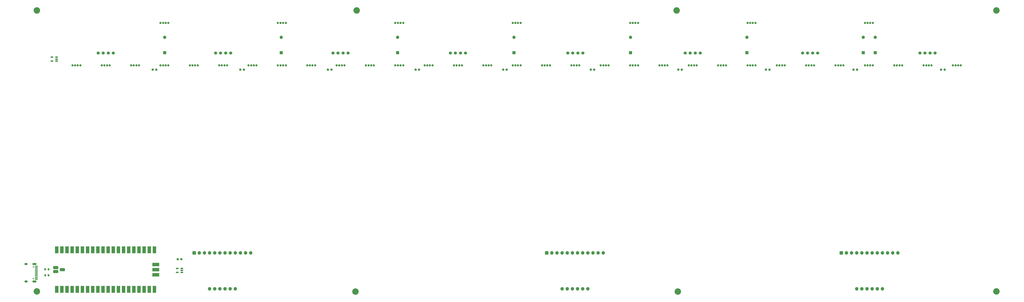
<source format=gbs>
%TF.GenerationSoftware,KiCad,Pcbnew,8.0.2*%
%TF.CreationDate,2024-06-11T18:45:27+02:00*%
%TF.ProjectId,chu_main,6368755f-6d61-4696-9e2e-6b696361645f,rev?*%
%TF.SameCoordinates,Original*%
%TF.FileFunction,Soldermask,Bot*%
%TF.FilePolarity,Negative*%
%FSLAX46Y46*%
G04 Gerber Fmt 4.6, Leading zero omitted, Abs format (unit mm)*
G04 Created by KiCad (PCBNEW 8.0.2) date 2024-06-11 18:45:27*
%MOMM*%
%LPD*%
G01*
G04 APERTURE LIST*
G04 Aperture macros list*
%AMRoundRect*
0 Rectangle with rounded corners*
0 $1 Rounding radius*
0 $2 $3 $4 $5 $6 $7 $8 $9 X,Y pos of 4 corners*
0 Add a 4 corners polygon primitive as box body*
4,1,4,$2,$3,$4,$5,$6,$7,$8,$9,$2,$3,0*
0 Add four circle primitives for the rounded corners*
1,1,$1+$1,$2,$3*
1,1,$1+$1,$4,$5*
1,1,$1+$1,$6,$7*
1,1,$1+$1,$8,$9*
0 Add four rect primitives between the rounded corners*
20,1,$1+$1,$2,$3,$4,$5,0*
20,1,$1+$1,$4,$5,$6,$7,0*
20,1,$1+$1,$6,$7,$8,$9,0*
20,1,$1+$1,$8,$9,$2,$3,0*%
G04 Aperture macros list end*
%ADD10C,1.100000*%
%ADD11R,1.600000X1.600000*%
%ADD12O,1.600000X1.600000*%
%ADD13C,1.524000*%
%ADD14C,3.200000*%
%ADD15RoundRect,0.150000X0.512500X0.150000X-0.512500X0.150000X-0.512500X-0.150000X0.512500X-0.150000X0*%
%ADD16O,1.700000X1.700000*%
%ADD17R,1.700000X1.700000*%
%ADD18C,0.650000*%
%ADD19R,1.450000X0.600000*%
%ADD20R,1.450000X0.300000*%
%ADD21O,1.600000X1.000000*%
%ADD22O,2.100000X1.000000*%
%ADD23RoundRect,0.237500X0.300000X0.237500X-0.300000X0.237500X-0.300000X-0.237500X0.300000X-0.237500X0*%
%ADD24RoundRect,0.200000X-0.200000X-0.275000X0.200000X-0.275000X0.200000X0.275000X-0.200000X0.275000X0*%
%ADD25R,1.700000X3.500000*%
%ADD26R,3.500000X1.700000*%
%ADD27RoundRect,0.300000X-0.950000X0.450000X-0.950000X-0.450000X0.950000X-0.450000X0.950000X0.450000X0*%
G04 APERTURE END LIST*
D10*
%TO.C,D15*%
X259850000Y-93574000D03*
X258550000Y-93574000D03*
X262450000Y-93574000D03*
X261150000Y-93574000D03*
%TD*%
%TO.C,D1*%
X56850000Y-93574000D03*
X55550000Y-93574000D03*
X59450000Y-93574000D03*
X58150000Y-93574000D03*
%TD*%
%TO.C,D24*%
X390350000Y-93574000D03*
X389050000Y-93574000D03*
X392950000Y-93574000D03*
X391650000Y-93574000D03*
%TD*%
%TO.C,D16*%
X274350000Y-93574000D03*
X273050000Y-93574000D03*
X276950000Y-93574000D03*
X275650000Y-93574000D03*
%TD*%
%TO.C,D25*%
X404850000Y-93574000D03*
X403550000Y-93574000D03*
X407450000Y-93574000D03*
X406150000Y-93574000D03*
%TD*%
%TO.C,D33*%
X391650000Y-72621500D03*
X392950000Y-72621500D03*
X389050000Y-72621500D03*
X390350000Y-72621500D03*
%TD*%
%TO.C,D6*%
X129350000Y-93574000D03*
X128050000Y-93574000D03*
X131950000Y-93574000D03*
X130650000Y-93574000D03*
%TD*%
%TO.C,D11*%
X201850000Y-93574000D03*
X200550000Y-93574000D03*
X204450000Y-93574000D03*
X203150000Y-93574000D03*
%TD*%
%TO.C,D23*%
X375850000Y-93574000D03*
X374550000Y-93574000D03*
X378450000Y-93574000D03*
X377150000Y-93574000D03*
%TD*%
%TO.C,D34*%
X333650000Y-72621500D03*
X334950000Y-72621500D03*
X331050000Y-72621500D03*
X332350000Y-72621500D03*
%TD*%
%TO.C,D30*%
X477350000Y-93574000D03*
X476050000Y-93574000D03*
X479950000Y-93574000D03*
X478650000Y-93574000D03*
%TD*%
%TO.C,D14*%
X245350000Y-93574000D03*
X244050000Y-93574000D03*
X247950000Y-93574000D03*
X246650000Y-93574000D03*
%TD*%
%TO.C,D46*%
X101650000Y-72621500D03*
X102950000Y-72621500D03*
X99050000Y-72621500D03*
X100350000Y-72621500D03*
%TD*%
%TO.C,D2*%
X71350000Y-93574000D03*
X70050000Y-93574000D03*
X73950000Y-93574000D03*
X72650000Y-93574000D03*
%TD*%
%TO.C,D29*%
X462850000Y-93574000D03*
X461550000Y-93574000D03*
X465450000Y-93574000D03*
X464150000Y-93574000D03*
%TD*%
%TO.C,D3*%
X85850000Y-93574000D03*
X84550000Y-93574000D03*
X88450000Y-93574000D03*
X87150000Y-93574000D03*
%TD*%
%TO.C,D36*%
X217650000Y-72621500D03*
X218950000Y-72621500D03*
X215050000Y-72621500D03*
X216350000Y-72621500D03*
%TD*%
%TO.C,D8*%
X158350000Y-93574000D03*
X157050000Y-93574000D03*
X160950000Y-93574000D03*
X159650000Y-93574000D03*
%TD*%
%TO.C,D9*%
X172850000Y-93574000D03*
X171550000Y-93574000D03*
X175450000Y-93574000D03*
X174150000Y-93574000D03*
%TD*%
%TO.C,D45*%
X159650000Y-72621500D03*
X160950000Y-72621500D03*
X157050000Y-72621500D03*
X158350000Y-72621500D03*
%TD*%
%TO.C,D27*%
X433850000Y-93574000D03*
X432550000Y-93574000D03*
X436450000Y-93574000D03*
X435150000Y-93574000D03*
%TD*%
%TO.C,D31*%
X491850000Y-93574000D03*
X490550000Y-93574000D03*
X494450000Y-93574000D03*
X493150000Y-93574000D03*
%TD*%
%TO.C,D28*%
X448350000Y-93574000D03*
X447050000Y-93574000D03*
X450950000Y-93574000D03*
X449650000Y-93574000D03*
%TD*%
%TO.C,D22*%
X361350000Y-93574000D03*
X360050000Y-93574000D03*
X363950000Y-93574000D03*
X362650000Y-93574000D03*
%TD*%
%TO.C,D21*%
X346850000Y-93574000D03*
X345550000Y-93574000D03*
X349450000Y-93574000D03*
X348150000Y-93574000D03*
%TD*%
%TO.C,D5*%
X114850000Y-93574000D03*
X113550000Y-93574000D03*
X117450000Y-93574000D03*
X116150000Y-93574000D03*
%TD*%
%TO.C,D26*%
X419350000Y-93574000D03*
X418050000Y-93574000D03*
X421950000Y-93574000D03*
X420650000Y-93574000D03*
%TD*%
%TO.C,D32*%
X449650000Y-72621500D03*
X450950000Y-72621500D03*
X447050000Y-72621500D03*
X448350000Y-72621500D03*
%TD*%
%TO.C,D35*%
X275650000Y-72621500D03*
X276950000Y-72621500D03*
X273050000Y-72621500D03*
X274350000Y-72621500D03*
%TD*%
%TO.C,D13*%
X230850000Y-93574000D03*
X229550000Y-93574000D03*
X233450000Y-93574000D03*
X232150000Y-93574000D03*
%TD*%
%TO.C,D4*%
X100350000Y-93574000D03*
X99050000Y-93574000D03*
X102950000Y-93574000D03*
X101650000Y-93574000D03*
%TD*%
%TO.C,D12*%
X216350000Y-93574000D03*
X215050000Y-93574000D03*
X218950000Y-93574000D03*
X217650000Y-93574000D03*
%TD*%
%TO.C,D7*%
X143850000Y-93574000D03*
X142550000Y-93574000D03*
X146450000Y-93574000D03*
X145150000Y-93574000D03*
%TD*%
%TO.C,D10*%
X187350000Y-93574000D03*
X186050000Y-93574000D03*
X189950000Y-93574000D03*
X188650000Y-93574000D03*
%TD*%
%TO.C,D20*%
X332350000Y-93574000D03*
X331050000Y-93574000D03*
X334950000Y-93574000D03*
X333650000Y-93574000D03*
%TD*%
%TO.C,D19*%
X317850000Y-93574000D03*
X316550000Y-93574000D03*
X320450000Y-93574000D03*
X319150000Y-93574000D03*
%TD*%
%TO.C,D18*%
X303350000Y-93574000D03*
X302050000Y-93574000D03*
X305950000Y-93574000D03*
X304650000Y-93574000D03*
%TD*%
D11*
%TO.C,D39*%
X216191700Y-87384000D03*
D12*
X216191700Y-79764000D03*
%TD*%
D13*
%TO.C,HC-SR04-2*%
X126250000Y-87500000D03*
X128750000Y-87500000D03*
X131250000Y-87500000D03*
X133750000Y-87500000D03*
%TD*%
D11*
%TO.C,D40*%
X273704600Y-87384000D03*
D12*
X273704600Y-79764000D03*
%TD*%
D14*
%TO.C,SCR5*%
X354625000Y-205551000D03*
%TD*%
D13*
%TO.C,HC-SR04-8*%
X474250000Y-87500000D03*
X476750000Y-87500000D03*
X479250000Y-87500000D03*
X481750000Y-87500000D03*
%TD*%
%TO.C,HC-SR04-5*%
X300250000Y-87500000D03*
X302750000Y-87500000D03*
X305250000Y-87500000D03*
X307750000Y-87500000D03*
%TD*%
%TO.C,HC-SR04-7*%
X416250000Y-87500000D03*
X418750000Y-87500000D03*
X421250000Y-87500000D03*
X423750000Y-87500000D03*
%TD*%
%TO.C,HC-SR04-6*%
X358250000Y-87500000D03*
X360750000Y-87500000D03*
X363250000Y-87500000D03*
X365750000Y-87500000D03*
%TD*%
D11*
%TO.C,D44*%
X452196000Y-87384000D03*
D12*
X452196000Y-79764000D03*
%TD*%
D14*
%TO.C,SCR8*%
X196000000Y-66426000D03*
%TD*%
%TO.C,SCR6*%
X195375000Y-205551000D03*
%TD*%
D13*
%TO.C,HC-SR04-4*%
X242250000Y-87500000D03*
X244750000Y-87500000D03*
X247250000Y-87500000D03*
X249750000Y-87500000D03*
%TD*%
D11*
%TO.C,D43*%
X446243100Y-87384000D03*
D12*
X446243100Y-79764000D03*
%TD*%
D13*
%TO.C,HC-SR04-1*%
X68250000Y-87500000D03*
X70750000Y-87500000D03*
X73250000Y-87500000D03*
X75750000Y-87500000D03*
%TD*%
D11*
%TO.C,D38*%
X158678900Y-87384000D03*
D12*
X158678900Y-79764000D03*
%TD*%
D14*
%TO.C,SCR4*%
X38000000Y-205426000D03*
%TD*%
%TO.C,SCR1*%
X38000000Y-66426000D03*
%TD*%
D11*
%TO.C,D41*%
X331217400Y-87384000D03*
D12*
X331217400Y-79764000D03*
%TD*%
D14*
%TO.C,SCR3*%
X512000000Y-205426000D03*
%TD*%
%TO.C,SCR2*%
X512000000Y-66426000D03*
%TD*%
%TO.C,SCR7*%
X354000000Y-66426000D03*
%TD*%
D13*
%TO.C,HC-SR04-3*%
X184250000Y-87500000D03*
X186750000Y-87500000D03*
X189250000Y-87500000D03*
X191750000Y-87500000D03*
%TD*%
D11*
%TO.C,D37*%
X101166000Y-87384000D03*
D12*
X101166000Y-79764000D03*
%TD*%
D11*
%TO.C,D42*%
X388730300Y-87384000D03*
D12*
X388730300Y-79764000D03*
%TD*%
D15*
%TO.C,U8*%
X47693500Y-89584000D03*
X47693500Y-90534000D03*
X47693500Y-91484000D03*
X45418500Y-91484000D03*
X45418500Y-89584000D03*
%TD*%
%TO.C,U2*%
X109587250Y-194134000D03*
X109587250Y-195084000D03*
X109587250Y-196034000D03*
X107312250Y-196034000D03*
X107312250Y-194134000D03*
%TD*%
D16*
%TO.C,U3*%
X133476000Y-204164000D03*
X130936000Y-204164000D03*
X128396000Y-204164000D03*
X125856000Y-204164000D03*
X123316000Y-204164000D03*
D17*
X115696000Y-186384000D03*
D16*
X118236000Y-186384000D03*
X120776000Y-186384000D03*
X123316000Y-186384000D03*
X125856000Y-186384000D03*
X128396000Y-186384000D03*
X130936000Y-186384000D03*
X133476000Y-186384000D03*
X136016000Y-186384000D03*
X138556000Y-186384000D03*
X141096000Y-186384000D03*
X143636000Y-186384000D03*
X136016000Y-204164000D03*
%TD*%
D18*
%TO.C,USB1*%
X36263500Y-199114000D03*
X36263500Y-193334000D03*
D19*
X37708500Y-199449000D03*
X37708500Y-198674000D03*
D20*
X37708500Y-197974000D03*
X37708500Y-197474000D03*
X37708500Y-196974000D03*
X37708500Y-196474000D03*
X37708500Y-195974000D03*
X37708500Y-195474000D03*
X37708500Y-194974000D03*
X37708500Y-194474000D03*
D19*
X37708500Y-193774000D03*
X37708500Y-192999000D03*
D21*
X32613500Y-200544000D03*
D22*
X36793500Y-200544000D03*
D21*
X32613500Y-191904000D03*
D22*
X36793500Y-191904000D03*
%TD*%
D23*
%TO.C,C8*%
X109312250Y-189584000D03*
X107587250Y-189584000D03*
%TD*%
%TO.C,C11*%
X486431000Y-95774000D03*
X484706000Y-95774000D03*
%TD*%
%TO.C,C7*%
X356603500Y-95774000D03*
X354878500Y-95774000D03*
%TD*%
%TO.C,C4*%
X226776000Y-95774000D03*
X225051000Y-95774000D03*
%TD*%
D16*
%TO.C,U5*%
X453156000Y-204164000D03*
X450616000Y-204164000D03*
X448076000Y-204164000D03*
X445536000Y-204164000D03*
X442996000Y-204164000D03*
D17*
X435376000Y-186384000D03*
D16*
X437916000Y-186384000D03*
X440456000Y-186384000D03*
X442996000Y-186384000D03*
X445536000Y-186384000D03*
X448076000Y-186384000D03*
X450616000Y-186384000D03*
X453156000Y-186384000D03*
X455696000Y-186384000D03*
X458236000Y-186384000D03*
X460776000Y-186384000D03*
X463316000Y-186384000D03*
X455696000Y-204164000D03*
%TD*%
D23*
%TO.C,C5*%
X270051800Y-95774000D03*
X268326800Y-95774000D03*
%TD*%
%TO.C,C9*%
X399879300Y-95774000D03*
X398154300Y-95774000D03*
%TD*%
D24*
%TO.C,R1*%
X42081000Y-197494000D03*
X43731000Y-197494000D03*
%TD*%
D23*
%TO.C,C3*%
X183500200Y-95774000D03*
X181775200Y-95774000D03*
%TD*%
D24*
%TO.C,R2*%
X42041000Y-194504000D03*
X43691000Y-194504000D03*
%TD*%
D23*
%TO.C,C2*%
X140224300Y-95774000D03*
X138499300Y-95774000D03*
%TD*%
%TO.C,C6*%
X313327700Y-95774000D03*
X311602700Y-95774000D03*
%TD*%
D25*
%TO.C,U1*%
X47826000Y-184874000D03*
X50366000Y-184874000D03*
X52906000Y-184874000D03*
X55446000Y-184874000D03*
X57986000Y-184874000D03*
X60526000Y-184874000D03*
X63066000Y-184874000D03*
X65606000Y-184874000D03*
X68146000Y-184874000D03*
X70686000Y-184874000D03*
X73226000Y-184874000D03*
X75766000Y-184874000D03*
X78306000Y-184874000D03*
X80846000Y-184874000D03*
X83386000Y-184874000D03*
X85926000Y-184874000D03*
X88466000Y-184874000D03*
X91006000Y-184874000D03*
X93546000Y-184874000D03*
X96086000Y-184874000D03*
X96086000Y-204474000D03*
X93546000Y-204474000D03*
X91006000Y-204474000D03*
X88466000Y-204474000D03*
X85926000Y-204474000D03*
X83386000Y-204474000D03*
X80846000Y-204474000D03*
X78306000Y-204474000D03*
X75766000Y-204474000D03*
X73226000Y-204474000D03*
X70686000Y-204474000D03*
X68146000Y-204474000D03*
X65606000Y-204474000D03*
X63066000Y-204474000D03*
X60526000Y-204474000D03*
X57986000Y-204474000D03*
X55446000Y-204474000D03*
X52906000Y-204474000D03*
X50366000Y-204474000D03*
X47826000Y-204474000D03*
D26*
X96756000Y-192134000D03*
X96756000Y-194674000D03*
X96756000Y-197214000D03*
D27*
X50586000Y-194674000D03*
X47306000Y-195674000D03*
X47286000Y-193674000D03*
%TD*%
D16*
%TO.C,U4*%
X307656000Y-204164000D03*
X305116000Y-204164000D03*
X302576000Y-204164000D03*
X300036000Y-204164000D03*
X297496000Y-204164000D03*
D17*
X289876000Y-186384000D03*
D16*
X292416000Y-186384000D03*
X294956000Y-186384000D03*
X297496000Y-186384000D03*
X300036000Y-186384000D03*
X302576000Y-186384000D03*
X305116000Y-186384000D03*
X307656000Y-186384000D03*
X310196000Y-186384000D03*
X312736000Y-186384000D03*
X315276000Y-186384000D03*
X317816000Y-186384000D03*
X310196000Y-204164000D03*
%TD*%
D23*
%TO.C,C1*%
X96948500Y-95774000D03*
X95223500Y-95774000D03*
%TD*%
%TO.C,C10*%
X443155200Y-95774000D03*
X441430200Y-95774000D03*
%TD*%
D10*
%TO.C,D17*%
X288850000Y-93574000D03*
X287550000Y-93574000D03*
X291450000Y-93574000D03*
X290150000Y-93574000D03*
%TD*%
M02*

</source>
